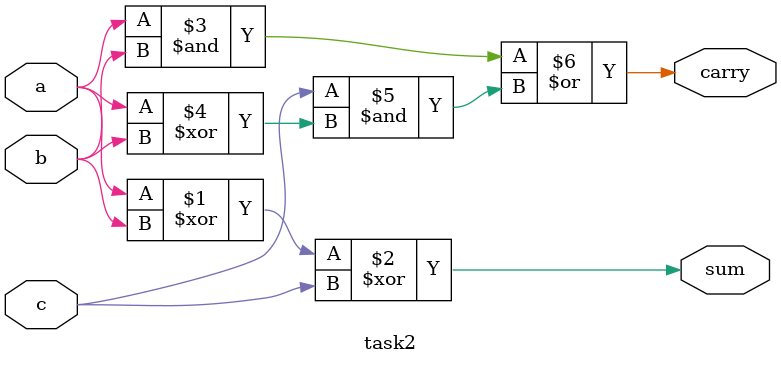
<source format=sv>
module task2(
 input logic a,
 input logic b,
 input logic c,
 output logic sum,
 output logic carry
 );

 assign sum = (a ^ b) ^ c;
 assign carry = (a & b) | (c&(a ^ b));

 endmodule

 
</source>
